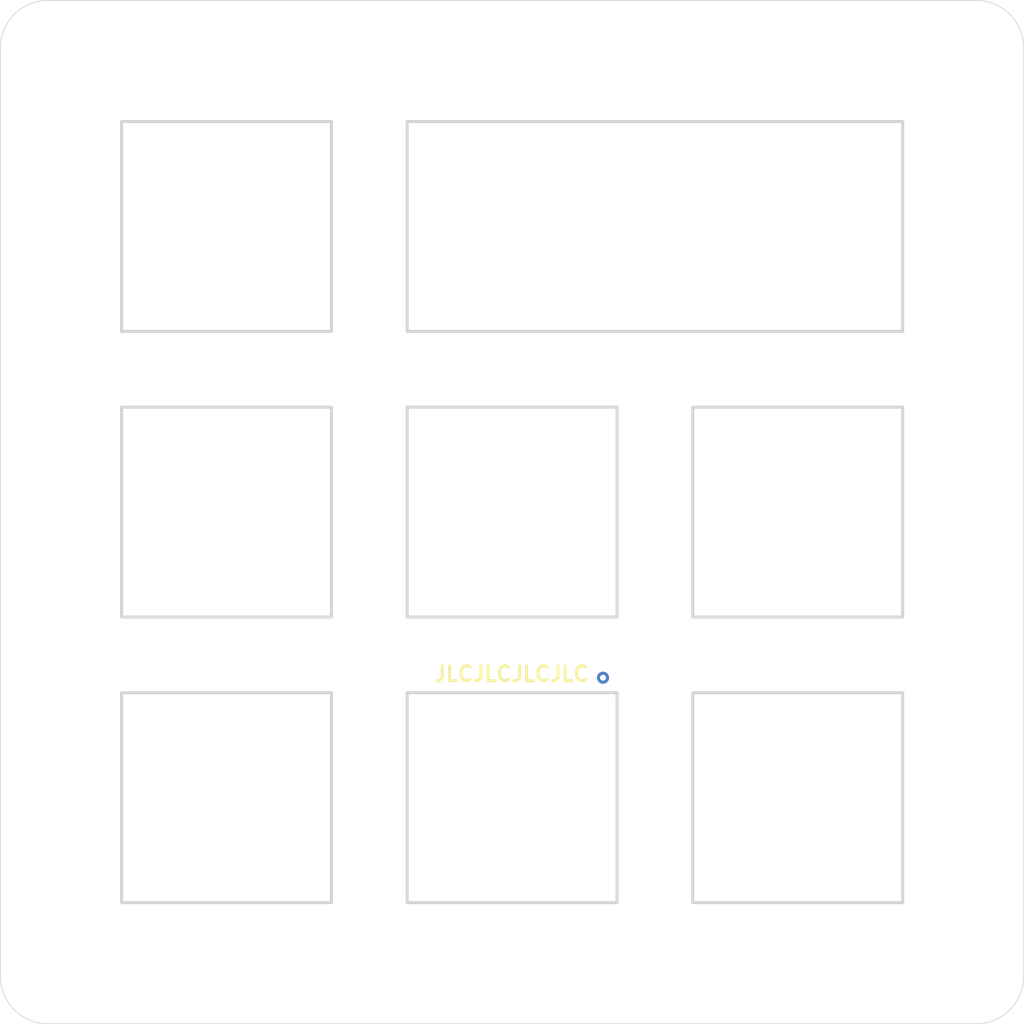
<source format=kicad_pcb>
(kicad_pcb (version 20221018) (generator pcbnew)

  (general
    (thickness 1.6)
  )

  (paper "A4")
  (layers
    (0 "F.Cu" signal)
    (31 "B.Cu" signal)
    (32 "B.Adhes" user "B.Adhesive")
    (33 "F.Adhes" user "F.Adhesive")
    (34 "B.Paste" user)
    (35 "F.Paste" user)
    (36 "B.SilkS" user "B.Silkscreen")
    (37 "F.SilkS" user "F.Silkscreen")
    (38 "B.Mask" user)
    (39 "F.Mask" user)
    (40 "Dwgs.User" user "User.Drawings")
    (41 "Cmts.User" user "User.Comments")
    (42 "Eco1.User" user "User.Eco1")
    (43 "Eco2.User" user "User.Eco2")
    (44 "Edge.Cuts" user)
    (45 "Margin" user)
    (46 "B.CrtYd" user "B.Courtyard")
    (47 "F.CrtYd" user "F.Courtyard")
    (48 "B.Fab" user)
    (49 "F.Fab" user)
  )

  (setup
    (pad_to_mask_clearance 0)
    (grid_origin 225.425 -95.25)
    (pcbplotparams
      (layerselection 0x00010fc_ffffffff)
      (plot_on_all_layers_selection 0x0000000_00000000)
      (disableapertmacros false)
      (usegerberextensions true)
      (usegerberattributes true)
      (usegerberadvancedattributes true)
      (creategerberjobfile true)
      (dashed_line_dash_ratio 12.000000)
      (dashed_line_gap_ratio 3.000000)
      (svgprecision 4)
      (plotframeref false)
      (viasonmask false)
      (mode 1)
      (useauxorigin false)
      (hpglpennumber 1)
      (hpglpenspeed 20)
      (hpglpendiameter 15.000000)
      (dxfpolygonmode true)
      (dxfimperialunits true)
      (dxfusepcbnewfont true)
      (psnegative false)
      (psa4output false)
      (plotreference true)
      (plotvalue true)
      (plotinvisibletext false)
      (sketchpadsonfab false)
      (subtractmaskfromsilk true)
      (outputformat 1)
      (mirror false)
      (drillshape 0)
      (scaleselection 1)
      (outputdirectory "gerbers")
    )
  )

  (net 0 "")

  (gr_arc (start 104.2035 65.30975) (mid 105.133436 63.064686) (end 107.3785 62.13475)
    (stroke (width 0.05) (type solid)) (layer "Edge.Cuts") (tstamp 00000000-0000-0000-0000-0000614ee226))
  (gr_arc (start 107.3785 130.39725) (mid 105.133436 129.467314) (end 104.2035 127.22225)
    (stroke (width 0.05) (type solid)) (layer "Edge.Cuts") (tstamp 00000000-0000-0000-0000-0000614ee227))
  (gr_line (start 172.466 65.30975) (end 172.466 127.22225)
    (stroke (width 0.05) (type solid)) (layer "Edge.Cuts") (tstamp 00000000-0000-0000-0000-0000614ee229))
  (gr_line (start 104.2035 127.22225) (end 104.2035 65.30975)
    (stroke (width 0.05) (type solid)) (layer "Edge.Cuts") (tstamp 00000000-0000-0000-0000-0000614ee22a))
  (gr_arc (start 169.291 62.13475) (mid 171.536064 63.064686) (end 172.466 65.30975)
    (stroke (width 0.05) (type solid)) (layer "Edge.Cuts") (tstamp 00000000-0000-0000-0000-0000614ee22c))
  (gr_arc (start 172.466 127.22225) (mid 171.536064 129.467314) (end 169.291 130.39725)
    (stroke (width 0.05) (type solid)) (layer "Edge.Cuts") (tstamp 00000000-0000-0000-0000-0000614ee22f))
  (gr_line (start 126.28535 108.3154) (end 112.28605 108.3154)
    (stroke (width 0.2) (type solid)) (layer "Edge.Cuts") (tstamp 00000000-0000-0000-0000-0000614ef4ac))
  (gr_line (start 131.33605 122.31486) (end 145.33535 122.31486)
    (stroke (width 0.2) (type solid)) (layer "Edge.Cuts") (tstamp 00000000-0000-0000-0000-0000614ef4ad))
  (gr_line (start 131.33605 108.3154) (end 131.33605 122.31486)
    (stroke (width 0.2) (type solid)) (layer "Edge.Cuts") (tstamp 00000000-0000-0000-0000-0000614ef4ae))
  (gr_line (start 112.28605 122.31486) (end 126.28535 122.31486)
    (stroke (width 0.2) (type solid)) (layer "Edge.Cuts") (tstamp 00000000-0000-0000-0000-0000614ef4af))
  (gr_line (start 126.28535 122.31486) (end 126.28535 108.3154)
    (stroke (width 0.2) (type solid)) (layer "Edge.Cuts") (tstamp 00000000-0000-0000-0000-0000614ef4b0))
  (gr_line (start 145.33535 108.3154) (end 131.33605 108.3154)
    (stroke (width 0.2) (type solid)) (layer "Edge.Cuts") (tstamp 00000000-0000-0000-0000-0000614ef4b1))
  (gr_line (start 112.28605 108.3154) (end 112.28605 122.31486)
    (stroke (width 0.2) (type solid)) (layer "Edge.Cuts") (tstamp 00000000-0000-0000-0000-0000614ef4b2))
  (gr_line (start 126.28535 70.2154) (end 112.28605 70.2154)
    (stroke (width 0.2) (type solid)) (layer "Edge.Cuts") (tstamp 00000000-0000-0000-0000-0000614ef4b3))
  (gr_line (start 126.28535 84.2147) (end 126.28535 70.2154)
    (stroke (width 0.2) (type solid)) (layer "Edge.Cuts") (tstamp 00000000-0000-0000-0000-0000614ef4b4))
  (gr_line (start 150.38585 89.2655) (end 150.38585 103.2649)
    (stroke (width 0.2) (type solid)) (layer "Edge.Cuts") (tstamp 00000000-0000-0000-0000-0000614ef4b5))
  (gr_line (start 164.3854 89.2655) (end 150.38585 89.2655)
    (stroke (width 0.2) (type solid)) (layer "Edge.Cuts") (tstamp 00000000-0000-0000-0000-0000614ef4b6))
  (gr_line (start 150.38585 103.2649) (end 164.3854 103.2649)
    (stroke (width 0.2) (type solid)) (layer "Edge.Cuts") (tstamp 00000000-0000-0000-0000-0000614ef4b7))
  (gr_line (start 112.28605 70.2154) (end 112.28605 84.2147)
    (stroke (width 0.2) (type solid)) (layer "Edge.Cuts") (tstamp 00000000-0000-0000-0000-0000614ef4b8))
  (gr_line (start 112.28605 84.2147) (end 126.28535 84.2147)
    (stroke (width 0.2) (type solid)) (layer "Edge.Cuts") (tstamp 00000000-0000-0000-0000-0000614ef4b9))
  (gr_line (start 164.3854 103.2649) (end 164.3854 89.2655)
    (stroke (width 0.2) (type solid)) (layer "Edge.Cuts") (tstamp 00000000-0000-0000-0000-0000614ef4ba))
  (gr_line (start 145.33535 70.2154) (end 131.33605 70.2154)
    (stroke (width 0.2) (type solid)) (layer "Edge.Cuts") (tstamp 00000000-0000-0000-0000-0000614ef4bb))
  (gr_line (start 131.33605 103.2649) (end 145.33535 103.2649)
    (stroke (width 0.2) (type solid)) (layer "Edge.Cuts") (tstamp 00000000-0000-0000-0000-0000614ef4bc))
  (gr_line (start 145.33535 103.2649) (end 145.33535 89.2655)
    (stroke (width 0.2) (type solid)) (layer "Edge.Cuts") (tstamp 00000000-0000-0000-0000-0000614ef4bd))
  (gr_line (start 145.33535 84.2147) (end 164.3854 84.2147)
    (stroke (width 0.2) (type solid)) (layer "Edge.Cuts") (tstamp 00000000-0000-0000-0000-0000614ef4be))
  (gr_line (start 131.33605 84.2147) (end 145.33535 84.2147)
    (stroke (width 0.2) (type solid)) (layer "Edge.Cuts") (tstamp 00000000-0000-0000-0000-0000614ef4bf))
  (gr_line (start 164.3854 84.2147) (end 164.3854 70.2154)
    (stroke (width 0.2) (type solid)) (layer "Edge.Cuts") (tstamp 00000000-0000-0000-0000-0000614ef4c0))
  (gr_line (start 164.3854 70.2154) (end 145.33535 70.2154)
    (stroke (width 0.2) (type solid)) (layer "Edge.Cuts") (tstamp 00000000-0000-0000-0000-0000614ef4c1))
  (gr_line (start 131.33605 70.2154) (end 131.33605 84.2147)
    (stroke (width 0.2) (type solid)) (layer "Edge.Cuts") (tstamp 00000000-0000-0000-0000-0000614ef4c2))
  (gr_line (start 112.28605 103.2649) (end 126.28535 103.2649)
    (stroke (width 0.2) (type solid)) (layer "Edge.Cuts") (tstamp 00000000-0000-0000-0000-0000614ef4c3))
  (gr_line (start 126.28535 103.2649) (end 126.28535 89.2655)
    (stroke (width 0.2) (type solid)) (layer "Edge.Cuts") (tstamp 00000000-0000-0000-0000-0000614ef4c4))
  (gr_line (start 164.3854 108.3154) (end 150.38585 108.3154)
    (stroke (width 0.2) (type solid)) (layer "Edge.Cuts") (tstamp 00000000-0000-0000-0000-0000614ef4c5))
  (gr_line (start 145.33535 122.31486) (end 145.33535 108.3154)
    (stroke (width 0.2) (type solid)) (layer "Edge.Cuts") (tstamp 00000000-0000-0000-0000-0000614ef4c6))
  (gr_line (start 150.38585 108.3154) (end 150.38585 122.31486)
    (stroke (width 0.2) (type solid)) (layer "Edge.Cuts") (tstamp 00000000-0000-0000-0000-0000614ef4c7))
  (gr_line (start 150.38585 122.31486) (end 164.3854 122.31486)
    (stroke (width 0.2) (type solid)) (layer "Edge.Cuts") (tstamp 00000000-0000-0000-0000-0000614ef4c8))
  (gr_line (start 164.3854 122.31486) (end 164.3854 108.3154)
    (stroke (width 0.2) (type solid)) (layer "Edge.Cuts") (tstamp 00000000-0000-0000-0000-0000614ef4c9))
  (gr_line (start 112.28605 89.2655) (end 112.28605 103.2649)
    (stroke (width 0.2) (type solid)) (layer "Edge.Cuts") (tstamp 00000000-0000-0000-0000-0000614ef4ca))
  (gr_line (start 145.33535 89.2655) (end 131.33605 89.2655)
    (stroke (width 0.2) (type solid)) (layer "Edge.Cuts") (tstamp 00000000-0000-0000-0000-0000614ef4cb))
  (gr_line (start 131.33605 89.2655) (end 131.33605 103.2649)
    (stroke (width 0.2) (type solid)) (layer "Edge.Cuts") (tstamp 00000000-0000-0000-0000-0000614ef4cc))
  (gr_line (start 126.28535 89.2655) (end 112.28605 89.2655)
    (stroke (width 0.2) (type solid)) (layer "Edge.Cuts") (tstamp 00000000-0000-0000-0000-0000614ef4cd))
  (gr_line (start 107.3785 62.13475) (end 169.291 62.13475)
    (stroke (width 0.05) (type solid)) (layer "Edge.Cuts") (tstamp 00000000-0000-0000-0000-000061d1d2f5))
  (gr_line (start 169.291 130.39725) (end 107.3785 130.39725)
    (stroke (width 0.05) (type solid)) (layer "Edge.Cuts") (tstamp 00000000-0000-0000-0000-000061d1d2f6))
  (gr_text "JLCJLCJLCJLC" (at 138.303 107.061) (layer "F.SilkS") (tstamp 121745c6-c593-45bb-afdc-c86392a5150c)
    (effects (font (size 1 1) (thickness 0.2)))
  )

  (via (at 144.399 107.315) (size 0.8) (drill 0.4) (layers "F.Cu" "B.Cu") (net 0) (tstamp f491ed68-ef91-49a0-bbce-8a9347a6eb03))

)

</source>
